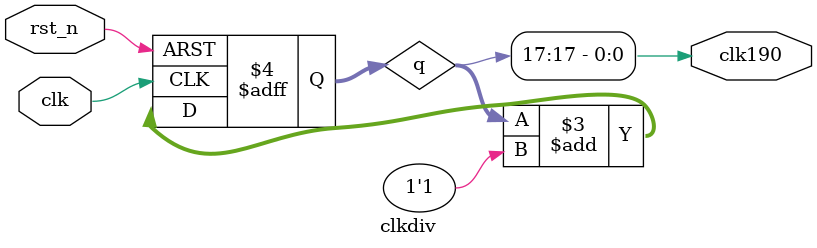
<source format=v>
module clkdiv
(
	input wire clk,
	input wire rst_n,
	output wire clk190
);

//=============================
	reg [24:0] q;
//=============================

	always @ (posedge clk or negedge rst_n)
	begin
		if(!rst_n)
			q <= 1'b0;
		else
			q <= q + 1'b1;
	end
	
	assign clk190 = q[17];
	
endmodule



</source>
